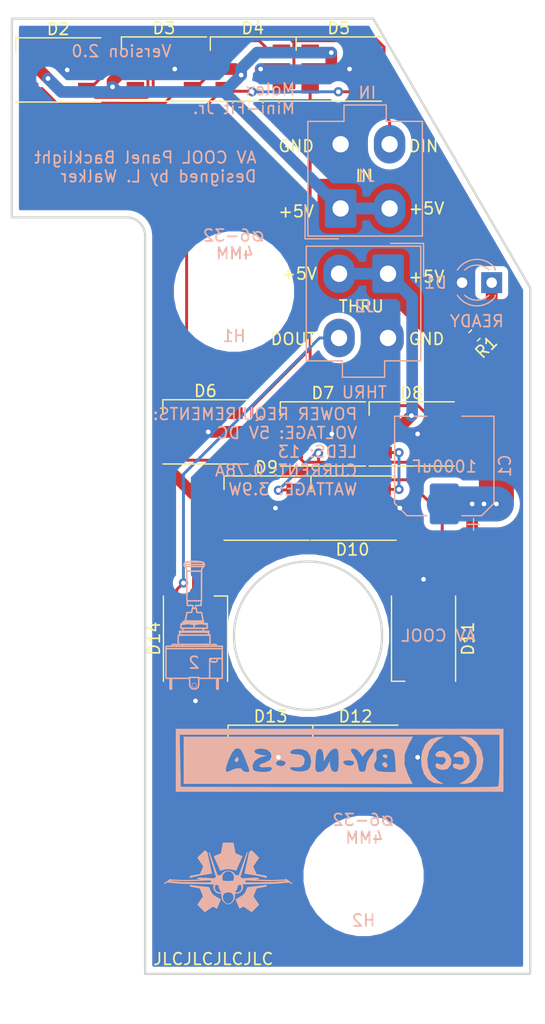
<source format=kicad_pcb>
(kicad_pcb (version 20171130) (host pcbnew "(5.1.10)-1")
  (layers (0 F.Cu signal) (31 B.Cu signal) (34 B.Paste user hide) (35 F.Paste user hide) (36 B.SilkS user) (37 F.SilkS user) (38 B.Mask user hide) (39 F.Mask user) (44 Edge.Cuts user))
  (net 0 "")
  (net 1 /LEDGND)
  (net 2 /LED+5V)
  (net 3 "Net-(D1-Pad1)")
  (net 4 /DATAIN)
  (net 5 "Net-(D10-Pad4)")
  (net 6 /DATAOUT)
  (net 7 "Net-(D2-Pad1)")
  (net 8 "Net-(D2-Pad3)")
  (net 9 "Net-(D2-Pad6)")
  (net 10 "Net-(D3-Pad1)")
  (net 11 "Net-(D3-Pad3)")
  (net 12 "Net-(D4-Pad1)")
  (net 13 "Net-(D4-Pad3)")
  (net 14 "Net-(D5-Pad1)")
  (net 15 "Net-(D5-Pad3)")
  (net 16 "Net-(D6-Pad1)")
  (net 17 "Net-(D6-Pad3)")
  (net 18 "Net-(D7-Pad1)")
  (net 19 "Net-(D7-Pad3)")
  (net 20 "Net-(D8-Pad1)")
  (net 21 "Net-(D10-Pad6)")
  (net 22 "Net-(D9-Pad1)")
  (net 23 "Net-(D10-Pad1)")
  (net 24 "Net-(D10-Pad3)")
  (net 25 "Net-(D11-Pad1)")
  (net 26 "Net-(D11-Pad3)")
  (net 27 "Net-(D12-Pad1)")
  (net 28 "Net-(D12-Pad3)")
  (net 29 "Net-(D13-Pad1)")
  (net 30 "Net-(D13-Pad3)")
  (net 31 "Net-(D14-Pad1)")
  (module Connector_Molex:Molex_Mini-Fit_Jr_5566-04A_2x02_P4.20mm_Vertical (layer B.Cu) (at 241.046 56.388 180)
    (fp_text reference J2 (at 2.032 -2.794 180) (layer B.SilkS) (effects (justify mirror)))
    (fp_text value Conn_01x04_Female)
    (pad 4 thru_hole oval (at 4.2 -5.5 180) (size 2.7 3.3) (drill 1.4) (layers *.Cu *.Mask) (net 6 /DATAOUT))
    (pad 3 thru_hole oval (at 0 -5.5 180) (size 2.7 3.3) (drill 1.4) (layers *.Cu *.Mask) (net 1 /LEDGND))
    (pad 2 thru_hole oval (at 4.2 0 180) (size 2.7 3.3) (drill 1.4) (layers *.Cu *.Mask) (net 2 /LED+5V))
    (pad 1 thru_hole roundrect (at 0 0 180) (size 2.7 3.3) (drill 1.4) (layers *.Cu *.Mask) (roundrect_rratio 0.09259299999999999) (net 2 /LED+5V))
  )
  (module Connector_Molex:Molex_Mini-Fit_Jr_5566-04A_2x02_P4.20mm_Vertical (layer B.Cu) (at 236.982 50.8)
    (fp_text reference J1 (at 2.1 -2.794) (layer B.SilkS) (effects (justify mirror)))
    (fp_text value Conn_01x04_Female)
    (pad 4 thru_hole oval (at 4.2 -5.5) (size 2.7 3.3) (drill 1.4) (layers *.Cu *.Mask) (net 4 /DATAIN))
    (pad 3 thru_hole oval (at 0 -5.5) (size 2.7 3.3) (drill 1.4) (layers *.Cu *.Mask) (net 1 /LEDGND))
    (pad 2 thru_hole oval (at 4.2 0) (size 2.7 3.3) (drill 1.4) (layers *.Cu *.Mask) (net 2 /LED+5V))
    (pad 1 thru_hole roundrect (at 0 0) (size 2.7 3.3) (drill 1.4) (layers *.Cu *.Mask) (roundrect_rratio 0.09259299999999999) (net 2 /LED+5V))
  )
  (module OH_Backlighting:S2AL_Toggle_Silkscreen (layer F.Cu) (at 224.282 86.614)
    (fp_text reference G*** hide)
    (fp_text value "S2AL Toggle" hide)
    (fp_text user 2 (at 0.125 3.075) (layer B.SilkS) (effects (justify mirror)))
  )
  (module OH_General:OH_LOGO_ONLY_11x6mm (layer B.Cu) (at 227.33 108.204 180)
    (fp_text reference G*** hide)
    (fp_text value OH_LOGO_ONLY_11x6mm hide)
  )
  (module OH_General:CC-BY-NC-SA-Small (layer B.Cu) (at 236.982 98.044 180)
    (fp_text reference G*** hide)
    (fp_text value LOGO hide)
  )
  (module OH_Backlighting:OH_Panel_6-32_PHS (layer F.Cu) (at 238.950519 107.95001)
    (fp_text reference REF** hide)
    (fp_text value OH_Panel_Fastner_Keepout hide)
    (fp_text user 4MM (at 0.075 -3.275 180) (layer B.SilkS) (effects (justify mirror)))
    (fp_text user H2 (at 0 3.81) (layer B.SilkS) (effects (justify mirror)))
    (fp_text user ⌀6-32 (at 0 -4.8) (layer B.SilkS) (effects (justify mirror)))
    (pad "" np_thru_hole circle (at 0 0) (size 4.3 4.3) (drill 4.3) (layers *.Cu *.Mask) (clearance 3))
  )
  (module OH_Backlighting:OH_Panel_6-32_PHS (layer F.Cu) (at 227.838 57.912)
    (fp_text reference REF** hide)
    (fp_text value OH_Panel_Fastner_Keepout hide)
    (fp_text user 4MM (at 0.075 -3.275 180) (layer B.SilkS) (effects (justify mirror)))
    (fp_text user H1 (at 0 3.81) (layer B.SilkS) (effects (justify mirror)))
    (fp_text user ⌀6-32 (at 0 -4.8) (layer B.SilkS) (effects (justify mirror)))
    (pad "" np_thru_hole circle (at 0 0) (size 4.3 4.3) (drill 4.3) (layers *.Cu *.Mask) (clearance 3))
  )
  (module LED_SMD:LED_WS2812_PLCC6_5.0x5.0mm_P1.6mm (layer F.Cu) (at 224.536 87.63 270)
    (fp_text reference D14 (at 0 3.556 90) (layer F.SilkS))
    (fp_text value WS2813)
    (pad 1 smd rect (at -2.45 -1.6 270) (size 1.5 1) (layers F.Cu F.Paste F.Mask) (net 31 "Net-(D14-Pad1)"))
    (pad 2 smd rect (at -2.45 0 270) (size 1.5 1) (layers F.Cu F.Paste F.Mask) (net 2 /LED+5V))
    (pad 3 smd rect (at -2.45 1.6 270) (size 1.5 1) (layers F.Cu F.Paste F.Mask) (net 6 /DATAOUT))
    (pad 6 smd rect (at 2.45 -1.6 270) (size 1.5 1) (layers F.Cu F.Paste F.Mask) (net 28 "Net-(D12-Pad3)"))
    (pad 5 smd rect (at 2.45 0 270) (size 1.5 1) (layers F.Cu F.Paste F.Mask) (net 1 /LEDGND))
    (pad 4 smd rect (at 2.45 1.6 270) (size 1.5 1) (layers F.Cu F.Paste F.Mask) (net 30 "Net-(D13-Pad3)"))
  )
  (module LED_SMD:LED_WS2812_PLCC6_5.0x5.0mm_P1.6mm (layer F.Cu) (at 230.976 97.79)
    (fp_text reference D13 (at 0 -3.5) (layer F.SilkS))
    (fp_text value WS2813)
    (pad 1 smd rect (at -2.45 -1.6) (size 1.5 1) (layers F.Cu F.Paste F.Mask) (net 29 "Net-(D13-Pad1)"))
    (pad 2 smd rect (at -2.45 0) (size 1.5 1) (layers F.Cu F.Paste F.Mask) (net 2 /LED+5V))
    (pad 3 smd rect (at -2.45 1.6) (size 1.5 1) (layers F.Cu F.Paste F.Mask) (net 30 "Net-(D13-Pad3)"))
    (pad 6 smd rect (at 2.45 -1.6) (size 1.5 1) (layers F.Cu F.Paste F.Mask) (net 26 "Net-(D11-Pad3)"))
    (pad 5 smd rect (at 2.45 0) (size 1.5 1) (layers F.Cu F.Paste F.Mask) (net 1 /LEDGND))
    (pad 4 smd rect (at 2.45 1.6) (size 1.5 1) (layers F.Cu F.Paste F.Mask) (net 28 "Net-(D12-Pad3)"))
  )
  (module LED_SMD:LED_WS2812_PLCC6_5.0x5.0mm_P1.6mm (layer F.Cu) (at 238.252 97.79)
    (fp_text reference D12 (at 0 -3.5) (layer F.SilkS))
    (fp_text value WS2813)
    (pad 1 smd rect (at -2.45 -1.6) (size 1.5 1) (layers F.Cu F.Paste F.Mask) (net 27 "Net-(D12-Pad1)"))
    (pad 2 smd rect (at -2.45 0) (size 1.5 1) (layers F.Cu F.Paste F.Mask) (net 2 /LED+5V))
    (pad 3 smd rect (at -2.45 1.6) (size 1.5 1) (layers F.Cu F.Paste F.Mask) (net 28 "Net-(D12-Pad3)"))
    (pad 6 smd rect (at 2.45 -1.6) (size 1.5 1) (layers F.Cu F.Paste F.Mask) (net 24 "Net-(D10-Pad3)"))
    (pad 5 smd rect (at 2.45 0) (size 1.5 1) (layers F.Cu F.Paste F.Mask) (net 1 /LEDGND))
    (pad 4 smd rect (at 2.45 1.6) (size 1.5 1) (layers F.Cu F.Paste F.Mask) (net 26 "Net-(D11-Pad3)"))
  )
  (module LED_SMD:LED_WS2812_PLCC6_5.0x5.0mm_P1.6mm (layer F.Cu) (at 244.094 87.63 90)
    (fp_text reference D11 (at 0 3.81 90) (layer F.SilkS))
    (fp_text value WS2813)
    (pad 1 smd rect (at -2.45 -1.6 90) (size 1.5 1) (layers F.Cu F.Paste F.Mask) (net 25 "Net-(D11-Pad1)"))
    (pad 2 smd rect (at -2.45 0 90) (size 1.5 1) (layers F.Cu F.Paste F.Mask) (net 2 /LED+5V))
    (pad 3 smd rect (at -2.45 1.6 90) (size 1.5 1) (layers F.Cu F.Paste F.Mask) (net 26 "Net-(D11-Pad3)"))
    (pad 6 smd rect (at 2.45 -1.6 90) (size 1.5 1) (layers F.Cu F.Paste F.Mask) (net 5 "Net-(D10-Pad4)"))
    (pad 5 smd rect (at 2.45 0 90) (size 1.5 1) (layers F.Cu F.Paste F.Mask) (net 1 /LEDGND))
    (pad 4 smd rect (at 2.45 1.6 90) (size 1.5 1) (layers F.Cu F.Paste F.Mask) (net 24 "Net-(D10-Pad3)"))
  )
  (module LED_SMD:LED_WS2812_PLCC6_5.0x5.0mm_P1.6mm (layer F.Cu) (at 238.088 76.454)
    (fp_text reference D10 (at -0.09 3.556) (layer F.SilkS))
    (fp_text value WS2813)
    (pad 1 smd rect (at -2.45 -1.6) (size 1.5 1) (layers F.Cu F.Paste F.Mask) (net 23 "Net-(D10-Pad1)"))
    (pad 2 smd rect (at -2.45 0) (size 1.5 1) (layers F.Cu F.Paste F.Mask) (net 2 /LED+5V))
    (pad 3 smd rect (at -2.45 1.6) (size 1.5 1) (layers F.Cu F.Paste F.Mask) (net 24 "Net-(D10-Pad3)"))
    (pad 6 smd rect (at 2.45 -1.6) (size 1.5 1) (layers F.Cu F.Paste F.Mask) (net 21 "Net-(D10-Pad6)"))
    (pad 5 smd rect (at 2.45 0) (size 1.5 1) (layers F.Cu F.Paste F.Mask) (net 1 /LEDGND))
    (pad 4 smd rect (at 2.45 1.6) (size 1.5 1) (layers F.Cu F.Paste F.Mask) (net 5 "Net-(D10-Pad4)"))
  )
  (module LED_SMD:LED_WS2812_PLCC6_5.0x5.0mm_P1.6mm (layer F.Cu) (at 230.632 76.454)
    (fp_text reference D9 (at 0 -3.5) (layer F.SilkS))
    (fp_text value WS2813)
    (pad 1 smd rect (at -2.45 -1.6) (size 1.5 1) (layers F.Cu F.Paste F.Mask) (net 22 "Net-(D9-Pad1)"))
    (pad 2 smd rect (at -2.45 0) (size 1.5 1) (layers F.Cu F.Paste F.Mask) (net 2 /LED+5V))
    (pad 3 smd rect (at -2.45 1.6) (size 1.5 1) (layers F.Cu F.Paste F.Mask) (net 5 "Net-(D10-Pad4)"))
    (pad 6 smd rect (at 2.45 -1.6) (size 1.5 1) (layers F.Cu F.Paste F.Mask) (net 19 "Net-(D7-Pad3)"))
    (pad 5 smd rect (at 2.45 0) (size 1.5 1) (layers F.Cu F.Paste F.Mask) (net 1 /LEDGND))
    (pad 4 smd rect (at 2.45 1.6) (size 1.5 1) (layers F.Cu F.Paste F.Mask) (net 21 "Net-(D10-Pad6)"))
  )
  (module LED_SMD:LED_WS2812_PLCC6_5.0x5.0mm_P1.6mm (layer F.Cu) (at 243.078 70.104)
    (fp_text reference D8 (at 0 -3.5) (layer F.SilkS))
    (fp_text value WS2813)
    (pad 1 smd rect (at -2.45 -1.6) (size 1.5 1) (layers F.Cu F.Paste F.Mask) (net 20 "Net-(D8-Pad1)"))
    (pad 2 smd rect (at -2.45 0) (size 1.5 1) (layers F.Cu F.Paste F.Mask) (net 2 /LED+5V))
    (pad 3 smd rect (at -2.45 1.6) (size 1.5 1) (layers F.Cu F.Paste F.Mask) (net 21 "Net-(D10-Pad6)"))
    (pad 6 smd rect (at 2.45 -1.6) (size 1.5 1) (layers F.Cu F.Paste F.Mask) (net 17 "Net-(D6-Pad3)"))
    (pad 5 smd rect (at 2.45 0) (size 1.5 1) (layers F.Cu F.Paste F.Mask) (net 1 /LEDGND))
    (pad 4 smd rect (at 2.45 1.6) (size 1.5 1) (layers F.Cu F.Paste F.Mask) (net 19 "Net-(D7-Pad3)"))
  )
  (module LED_SMD:LED_WS2812_PLCC6_5.0x5.0mm_P1.6mm (layer F.Cu) (at 235.458 70.104)
    (fp_text reference D7 (at 0 -3.5) (layer F.SilkS))
    (fp_text value WS2813)
    (pad 1 smd rect (at -2.45 -1.6) (size 1.5 1) (layers F.Cu F.Paste F.Mask) (net 18 "Net-(D7-Pad1)"))
    (pad 2 smd rect (at -2.45 0) (size 1.5 1) (layers F.Cu F.Paste F.Mask) (net 2 /LED+5V))
    (pad 3 smd rect (at -2.45 1.6) (size 1.5 1) (layers F.Cu F.Paste F.Mask) (net 19 "Net-(D7-Pad3)"))
    (pad 6 smd rect (at 2.45 -1.6) (size 1.5 1) (layers F.Cu F.Paste F.Mask) (net 15 "Net-(D5-Pad3)"))
    (pad 5 smd rect (at 2.45 0) (size 1.5 1) (layers F.Cu F.Paste F.Mask) (net 1 /LEDGND))
    (pad 4 smd rect (at 2.45 1.6) (size 1.5 1) (layers F.Cu F.Paste F.Mask) (net 17 "Net-(D6-Pad3)"))
  )
  (module LED_SMD:LED_WS2812_PLCC6_5.0x5.0mm_P1.6mm (layer F.Cu) (at 225.388 69.926)
    (fp_text reference D6 (at 0 -3.5) (layer F.SilkS))
    (fp_text value WS2813)
    (pad 1 smd rect (at -2.45 -1.6) (size 1.5 1) (layers F.Cu F.Paste F.Mask) (net 16 "Net-(D6-Pad1)"))
    (pad 2 smd rect (at -2.45 0) (size 1.5 1) (layers F.Cu F.Paste F.Mask) (net 2 /LED+5V))
    (pad 3 smd rect (at -2.45 1.6) (size 1.5 1) (layers F.Cu F.Paste F.Mask) (net 17 "Net-(D6-Pad3)"))
    (pad 6 smd rect (at 2.45 -1.6) (size 1.5 1) (layers F.Cu F.Paste F.Mask) (net 13 "Net-(D4-Pad3)"))
    (pad 5 smd rect (at 2.45 0) (size 1.5 1) (layers F.Cu F.Paste F.Mask) (net 1 /LEDGND))
    (pad 4 smd rect (at 2.45 1.6) (size 1.5 1) (layers F.Cu F.Paste F.Mask) (net 15 "Net-(D5-Pad3)"))
  )
  (module LED_SMD:LED_WS2812_PLCC6_5.0x5.0mm_P1.6mm (layer F.Cu) (at 236.818 38.862)
    (fp_text reference D5 (at 0 -3.5) (layer F.SilkS))
    (fp_text value WS2813)
    (pad 1 smd rect (at -2.45 -1.6) (size 1.5 1) (layers F.Cu F.Paste F.Mask) (net 14 "Net-(D5-Pad1)"))
    (pad 2 smd rect (at -2.45 0) (size 1.5 1) (layers F.Cu F.Paste F.Mask) (net 2 /LED+5V))
    (pad 3 smd rect (at -2.45 1.6) (size 1.5 1) (layers F.Cu F.Paste F.Mask) (net 15 "Net-(D5-Pad3)"))
    (pad 6 smd rect (at 2.45 -1.6) (size 1.5 1) (layers F.Cu F.Paste F.Mask) (net 11 "Net-(D3-Pad3)"))
    (pad 5 smd rect (at 2.45 0) (size 1.5 1) (layers F.Cu F.Paste F.Mask) (net 1 /LEDGND))
    (pad 4 smd rect (at 2.45 1.6) (size 1.5 1) (layers F.Cu F.Paste F.Mask) (net 13 "Net-(D4-Pad3)"))
  )
  (module LED_SMD:LED_WS2812_PLCC6_5.0x5.0mm_P1.6mm (layer F.Cu) (at 229.452 38.862)
    (fp_text reference D4 (at 0 -3.5) (layer F.SilkS))
    (fp_text value WS2813)
    (pad 1 smd rect (at -2.45 -1.6) (size 1.5 1) (layers F.Cu F.Paste F.Mask) (net 12 "Net-(D4-Pad1)"))
    (pad 2 smd rect (at -2.45 0) (size 1.5 1) (layers F.Cu F.Paste F.Mask) (net 2 /LED+5V))
    (pad 3 smd rect (at -2.45 1.6) (size 1.5 1) (layers F.Cu F.Paste F.Mask) (net 13 "Net-(D4-Pad3)"))
    (pad 6 smd rect (at 2.45 -1.6) (size 1.5 1) (layers F.Cu F.Paste F.Mask) (net 8 "Net-(D2-Pad3)"))
    (pad 5 smd rect (at 2.45 0) (size 1.5 1) (layers F.Cu F.Paste F.Mask) (net 1 /LEDGND))
    (pad 4 smd rect (at 2.45 1.6) (size 1.5 1) (layers F.Cu F.Paste F.Mask) (net 11 "Net-(D3-Pad3)"))
  )
  (module LED_SMD:LED_WS2812_PLCC6_5.0x5.0mm_P1.6mm (layer F.Cu) (at 221.832 38.862)
    (fp_text reference D3 (at 0 -3.5) (layer F.SilkS))
    (fp_text value WS2813)
    (pad 1 smd rect (at -2.45 -1.6) (size 1.5 1) (layers F.Cu F.Paste F.Mask) (net 10 "Net-(D3-Pad1)"))
    (pad 2 smd rect (at -2.45 0) (size 1.5 1) (layers F.Cu F.Paste F.Mask) (net 2 /LED+5V))
    (pad 3 smd rect (at -2.45 1.6) (size 1.5 1) (layers F.Cu F.Paste F.Mask) (net 11 "Net-(D3-Pad3)"))
    (pad 6 smd rect (at 2.45 -1.6) (size 1.5 1) (layers F.Cu F.Paste F.Mask) (net 4 /DATAIN))
    (pad 5 smd rect (at 2.45 0) (size 1.5 1) (layers F.Cu F.Paste F.Mask) (net 1 /LEDGND))
    (pad 4 smd rect (at 2.45 1.6) (size 1.5 1) (layers F.Cu F.Paste F.Mask) (net 8 "Net-(D2-Pad3)"))
  )
  (module LED_SMD:LED_WS2812_PLCC6_5.0x5.0mm_P1.6mm (layer F.Cu) (at 212.762 38.938)
    (fp_text reference D2 (at 0 -3.5) (layer F.SilkS))
    (fp_text value WS2813)
    (pad 1 smd rect (at -2.45 -1.6) (size 1.5 1) (layers F.Cu F.Paste F.Mask) (net 7 "Net-(D2-Pad1)"))
    (pad 2 smd rect (at -2.45 0) (size 1.5 1) (layers F.Cu F.Paste F.Mask) (net 2 /LED+5V))
    (pad 3 smd rect (at -2.45 1.6) (size 1.5 1) (layers F.Cu F.Paste F.Mask) (net 8 "Net-(D2-Pad3)"))
    (pad 6 smd rect (at 2.45 -1.6) (size 1.5 1) (layers F.Cu F.Paste F.Mask) (net 9 "Net-(D2-Pad6)"))
    (pad 5 smd rect (at 2.45 0) (size 1.5 1) (layers F.Cu F.Paste F.Mask) (net 1 /LEDGND))
    (pad 4 smd rect (at 2.45 1.6) (size 1.5 1) (layers F.Cu F.Paste F.Mask) (net 4 /DATAIN))
  )
  (module Resistor_SMD:R_0603_1608Metric (layer F.Cu) (at 248.460847 61.673153 225)
    (fp_text reference R1 (at 0 -1.43 45) (layer F.SilkS))
    (fp_text value R)
    (pad 2 smd roundrect (at 0.7875 0 225) (size 0.875 0.95) (layers F.Cu F.Paste F.Mask) (net 2 /LED+5V))
    (pad 1 smd roundrect (at -0.7875 0 225) (size 0.875 0.95) (layers F.Cu F.Paste F.Mask) (net 3 "Net-(D1-Pad1)"))
  )
  (module LED_THT:LED_D3.0mm (layer B.Cu) (at 249.936 57.15 180)
    (fp_text reference D1 (at 4.826 0) (layer B.SilkS) (effects (justify mirror)))
    (fp_text value LED)
    (pad 2 thru_hole circle (at 2.54 0 180) (size 1.8 1.8) (drill 0.9) (layers *.Cu *.Mask) (net 1 /LEDGND))
    (pad 1 thru_hole rect (at 0 0 180) (size 1.8 1.8) (drill 0.9) (layers *.Cu *.Mask) (net 3 "Net-(D1-Pad1)"))
  )
  (module Capacitor_SMD:CP_Elec_8x10 (layer B.Cu) (at 245.872 72.846 90)
    (fp_text reference C1 (at 0 5.2 90) (layer B.SilkS) (effects (justify mirror)))
    (fp_text value C_Polarized)
    (pad 2 smd roundrect (at 3.25 0 90) (size 3.5 2.5) (layers B.Cu B.Paste B.Mask) (roundrect_rratio 0.1) (net 1 /LEDGND))
    (pad 1 smd roundrect (at -3.25 0 90) (size 3.5 2.5) (layers B.Cu B.Paste B.Mask) (roundrect_rratio 0.1) (net 2 /LED+5V))
  )
  (gr_text "Version 2.0" (at 218.186 37.338) (layer B.SilkS) (effects (font (size 1 1)) (justify mirror)))
  (gr_text IN (at 239.014 48.006) (layer F.SilkS) (effects (font (size 1 1))))
  (gr_text THRU (at 238.76 59.182) (layer F.SilkS) (effects (font (size 1 1))))
  (gr_text GND (at 244.348 61.976) (layer F.SilkS) (effects (font (size 1 1))))
  (gr_text DOUT (at 232.918 61.976) (layer F.SilkS) (effects (font (size 1 1))))
  (gr_text DIN (at 244.094 45.466) (layer F.SilkS) (effects (font (size 1 1))))
  (gr_text +5V (at 244.348 56.642) (layer F.SilkS) (effects (font (size 1 1))))
  (gr_text +5V (at 233.426 56.388) (layer F.SilkS) (effects (font (size 1 1))))
  (gr_text +5V (at 244.348 50.8) (layer F.SilkS) (effects (font (size 1 1))))
  (gr_text +5V (at 233.172 51.054) (layer F.SilkS) (effects (font (size 1 1))))
  (gr_text GND (at 233.172 45.466) (layer F.SilkS) (effects (font (size 1 1))))
  (gr_text "AV COOL" (at 245.364 87.376) (layer B.SilkS) (effects (font (size 1 1)) (justify mirror)))
  (gr_text IN (at 239.268 40.894) (layer B.SilkS) (effects (font (size 1 1)) (justify mirror)))
  (gr_circle (center 234.188019 87.37601) (end 240.538019 87.37601) (layer Edge.Cuts) (width 0.2))
  (gr_line (start 208.788 34.544) (end 208.78791 51.562057) (layer Edge.Cuts) (width 0.2))
  (gr_line (start 208.78791 51.562057) (end 218.630544 51.562057) (layer Edge.Cuts) (width 0.2))
  (gr_arc (start 218.630519 53.14951) (end 220.218019 53.14951) (angle -90) (layer Edge.Cuts) (width 0.2))
  (gr_line (start 253.237954 116.332041) (end 253.237954 57.594524) (layer Edge.Cuts) (width 0.2))
  (gr_line (start 220.218019 53.14951) (end 220.217935 116.332041) (layer Edge.Cuts) (width 0.2))
  (gr_line (start 220.217889 116.332041) (end 253.237954 116.332041) (layer Edge.Cuts) (width 0.2))
  (gr_line (start 253.237954 57.594524) (end 239.776 34.544) (layer Edge.Cuts) (width 0.2))
  (gr_line (start 239.776 34.544) (end 208.788 34.544) (layer Edge.Cuts) (width 0.2))
  (gr_text JLCJLCJLCJLC (at 226.06 115.062) (layer F.SilkS) (effects (font (size 1 1))))
  (gr_text 1000uF (at 245.872 72.898) (layer B.SilkS) (effects (font (size 1 1)) (justify mirror)))
  (gr_text "AV COOL Panel Backlight\nDesigned by L. Walker" (at 229.87 47.244) (layer B.SilkS) (effects (font (size 1 1)) (justify left mirror)))
  (gr_text "READY\n" (at 248.666 60.452) (layer B.SilkS) (effects (font (size 1 1)) (justify mirror)))
  (gr_text "Molex\nMini-Fit Jr." (at 233.172 41.402) (layer B.SilkS) (effects (font (size 1 1)) (justify left mirror)))
  (gr_text THRU (at 239.014 66.548) (layer B.SilkS) (effects (font (size 1 1)) (justify mirror)))
  (gr_text "POWER REQUIREMENTS:\nVOLTAGE: 5V DC\nLEDS: 13\nCURRENT: 0.78A\nWATTAGE: 3.9W" (at 238.506 71.628) (layer B.SilkS) (effects (font (size 1 1)) (justify left mirror)))
  (segment (start 240.702 97.79) (end 243.586 97.79) (width 1) (layer F.Cu) (net 1))
  (segment (start 233.426 97.79) (end 231.648 97.79) (width 1) (layer F.Cu) (net 1))
  (segment (start 224.536 90.08) (end 224.536 92.964) (width 1) (layer F.Cu) (net 1))
  (segment (start 233.082 76.454) (end 231.394 76.454) (width 1) (layer F.Cu) (net 1))
  (segment (start 244.094 85.18) (end 244.094 82.55) (width 1) (layer F.Cu) (net 1))
  (segment (start 237.908 70.104) (end 236.22 70.104) (width 1) (layer F.Cu) (net 1))
  (segment (start 245.528 70.104) (end 243.586 70.104) (width 1) (layer F.Cu) (net 1))
  (segment (start 215.212 38.938) (end 213.538 38.938) (width 1) (layer F.Cu) (net 1))
  (segment (start 224.282 38.862) (end 222.758 38.862) (width 1) (layer F.Cu) (net 1))
  (segment (start 231.902 38.862) (end 230.124 38.862) (width 1) (layer F.Cu) (net 1))
  (segment (start 239.268 38.862) (end 237.744 38.862) (width 1) (layer F.Cu) (net 1))
  (via (at 243.586 97.79) (size 1) (layers F.Cu B.Cu) (net 1))
  (via (at 231.648 97.79) (size 1) (layers F.Cu B.Cu) (net 1))
  (via (at 224.536 92.964) (size 1) (layers F.Cu B.Cu) (net 1))
  (via (at 231.394 76.454) (size 1) (layers F.Cu B.Cu) (net 1))
  (via (at 244.094 82.55) (size 1) (layers F.Cu B.Cu) (net 1))
  (via (at 236.22 70.104) (size 1) (layers F.Cu B.Cu) (net 1))
  (via (at 243.586 70.104) (size 1) (layers F.Cu B.Cu) (net 1))
  (via (at 213.538 38.938) (size 1) (layers F.Cu B.Cu) (net 1))
  (via (at 222.758 38.862) (size 1) (layers F.Cu B.Cu) (net 1))
  (via (at 230.124 38.862) (size 1) (layers F.Cu B.Cu) (net 1))
  (via (at 237.744 38.862) (size 1) (layers F.Cu B.Cu) (net 1))
  (segment (start 240.538 76.454) (end 242.062 76.454) (width 1) (layer F.Cu) (net 1))
  (segment (start 242.062 76.454) (end 242.062 76.454) (width 1) (layer F.Cu) (net 1))
  (via (at 242.062 76.454) (size 1) (drill 0.4) (layers F.Cu B.Cu) (net 1))
  (segment (start 227.838 69.926) (end 225.628 69.926) (width 1) (layer F.Cu) (net 1))
  (segment (start 225.628 69.926) (end 225.628 69.926) (width 1) (layer F.Cu) (net 1))
  (via (at 225.628 69.926) (size 1) (drill 0.4) (layers F.Cu B.Cu) (net 1))
  (segment (start 240.628 70.104) (end 242.0783 70.104) (width 1) (layer F.Cu) (net 2))
  (segment (start 243.057 68.5356) (end 242.0783 69.5143) (width 1) (layer F.Cu) (net 2))
  (segment (start 242.0783 69.5143) (end 242.0783 70.104) (width 1) (layer F.Cu) (net 2))
  (segment (start 241.046 56.388) (end 243.1167 58.4587) (width 1) (layer B.Cu) (net 2))
  (segment (start 243.1167 58.4587) (end 243.1167 68.4759) (width 1) (layer B.Cu) (net 2))
  (segment (start 243.1167 68.4759) (end 243.057 68.5356) (width 1) (layer B.Cu) (net 2))
  (segment (start 236.846 56.388) (end 241.046 56.388) (width 1) (layer B.Cu) (net 2))
  (segment (start 230.8482 99.4112) (end 229.2269 97.79) (width 1) (layer F.Cu) (net 2))
  (segment (start 229.2269 97.79) (end 228.526 97.79) (width 1) (layer F.Cu) (net 2))
  (segment (start 237.2523 100.234) (end 236.8796 100.6067) (width 1) (layer F.Cu) (net 2))
  (segment (start 236.8796 100.6067) (end 232.0436 100.6067) (width 1) (layer F.Cu) (net 2))
  (segment (start 232.0436 100.6067) (end 230.8482 99.4112) (width 1) (layer F.Cu) (net 2))
  (segment (start 224.536 86.6303) (end 224.0526 86.6303) (width 1) (layer F.Cu) (net 2))
  (segment (start 224.0526 86.6303) (end 221.6864 88.9965) (width 1) (layer F.Cu) (net 2))
  (segment (start 221.6864 88.9965) (end 221.6864 94.8179) (width 1) (layer F.Cu) (net 2))
  (segment (start 221.6864 94.8179) (end 227.4589 100.5904) (width 1) (layer F.Cu) (net 2))
  (segment (start 227.4589 100.5904) (end 229.669 100.5904) (width 1) (layer F.Cu) (net 2))
  (segment (start 229.669 100.5904) (end 230.8482 99.4112) (width 1) (layer F.Cu) (net 2))
  (segment (start 224.536 85.18) (end 224.536 86.6303) (width 1) (layer F.Cu) (net 2))
  (segment (start 224.536 84.4548) (end 224.536 85.18) (width 1) (layer F.Cu) (net 2))
  (segment (start 224.536 84.4548) (end 224.536 83.7297) (width 1) (layer F.Cu) (net 2))
  (segment (start 237.2523 97.79) (end 237.2523 100.234) (width 1) (layer F.Cu) (net 2))
  (segment (start 237.2523 100.234) (end 237.6087 100.5904) (width 1) (layer F.Cu) (net 2))
  (segment (start 237.6087 100.5904) (end 243.1977 100.5904) (width 1) (layer F.Cu) (net 2))
  (segment (start 243.1977 100.5904) (end 246.8944 96.8937) (width 1) (layer F.Cu) (net 2))
  (segment (start 246.8944 96.8937) (end 246.8944 89.04) (width 1) (layer F.Cu) (net 2))
  (segment (start 246.8944 89.04) (end 245.6108 87.7564) (width 1) (layer F.Cu) (net 2))
  (segment (start 245.6108 87.7564) (end 244.9673 87.7564) (width 1) (layer F.Cu) (net 2))
  (segment (start 244.9673 87.7564) (end 244.094 88.6297) (width 1) (layer F.Cu) (net 2))
  (segment (start 248.262 76.096) (end 248.262 85.1052) (width 1) (layer F.Cu) (net 2))
  (segment (start 248.262 85.1052) (end 245.6108 87.7564) (width 1) (layer F.Cu) (net 2))
  (segment (start 235.802 97.79) (end 237.2523 97.79) (width 1) (layer F.Cu) (net 2))
  (segment (start 228.4523 39.3775) (end 228.4523 38.821) (width 1) (layer B.Cu) (net 2))
  (segment (start 228.4523 38.821) (end 229.8185 37.4548) (width 1) (layer B.Cu) (net 2))
  (segment (start 229.8185 37.4548) (end 236.18 37.4548) (width 1) (layer B.Cu) (net 2))
  (segment (start 227.0059 40.8239) (end 228.4523 39.3775) (width 1) (layer B.Cu) (net 2))
  (segment (start 227.5408 76.454) (end 227.5408 76.4549) (width 1) (layer F.Cu) (net 2))
  (segment (start 227.5408 76.4549) (end 227.5407 76.4549) (width 1) (layer F.Cu) (net 2))
  (segment (start 227.5407 76.4549) (end 224.7446 79.251) (width 1) (layer F.Cu) (net 2))
  (segment (start 224.7446 79.251) (end 224.7446 83.5211) (width 1) (layer F.Cu) (net 2))
  (segment (start 224.7446 83.5211) (end 224.536 83.7297) (width 1) (layer F.Cu) (net 2))
  (segment (start 228.182 76.454) (end 227.5408 76.454) (width 1) (layer F.Cu) (net 2))
  (segment (start 227.4569 76.454) (end 226.7317 76.454) (width 1) (layer F.Cu) (net 2))
  (segment (start 227.4569 76.454) (end 227.5408 76.454) (width 1) (layer F.Cu) (net 2))
  (segment (start 225.5502 75.2033) (end 226.7317 76.3848) (width 1) (layer F.Cu) (net 2))
  (segment (start 226.7317 76.3848) (end 226.7317 76.454) (width 1) (layer F.Cu) (net 2))
  (segment (start 233.008 70.104) (end 232.3088 70.104) (width 1) (layer F.Cu) (net 2))
  (segment (start 232.3088 70.104) (end 231.5576 70.8552) (width 1) (layer F.Cu) (net 2))
  (segment (start 231.5576 70.8552) (end 231.5576 72.4169) (width 1) (layer F.Cu) (net 2))
  (segment (start 230.3298 73.6447) (end 227.1088 73.6447) (width 1) (layer F.Cu) (net 2))
  (segment (start 227.1088 73.6447) (end 225.5502 75.2033) (width 1) (layer F.Cu) (net 2))
  (segment (start 221.4877 69.926) (end 221.4877 72.3915) (width 1) (layer F.Cu) (net 2))
  (segment (start 221.4877 72.3915) (end 224.2995 75.2033) (width 1) (layer F.Cu) (net 2))
  (segment (start 224.2995 75.2033) (end 225.5502 75.2033) (width 1) (layer F.Cu) (net 2))
  (segment (start 222.938 69.926) (end 221.4877 69.926) (width 1) (layer F.Cu) (net 2))
  (segment (start 227.0059 40.8239) (end 236.982 50.8) (width 1) (layer B.Cu) (net 2))
  (segment (start 244.094 90.08) (end 244.094 88.6297) (width 1) (layer F.Cu) (net 2))
  (segment (start 236.982 50.8) (end 241.182 50.8) (width 1) (layer B.Cu) (net 2))
  (segment (start 249.278 76.096) (end 250.34 76.096) (width 3) (layer B.Cu) (net 2))
  (segment (start 245.872 76.096) (end 248.262 76.096) (width 3) (layer B.Cu) (net 2))
  (segment (start 248.262 76.096) (end 249.278 76.096) (width 3) (layer B.Cu) (net 2))
  (via (at 243.057 68.5356) (size 1) (layers F.Cu B.Cu) (net 2))
  (via (at 236.18 37.4548) (size 1) (layers F.Cu B.Cu) (net 2))
  (via (at 228.4523 39.3775) (size 1) (layers F.Cu B.Cu) (net 2))
  (via (at 211.8915 39.6724) (size 1) (layers F.Cu B.Cu) (net 2))
  (via (at 248.262 76.096) (size 1) (layers F.Cu B.Cu) (net 2))
  (via (at 249.278 76.096) (size 1) (layers F.Cu B.Cu) (net 2))
  (via (at 250.34 76.096) (size 1) (layers F.Cu B.Cu) (net 2))
  (segment (start 218.471998 38.862) (end 217.424 39.909998) (width 1) (layer F.Cu) (net 2))
  (segment (start 219.382 38.862) (end 218.471998 38.862) (width 1) (layer F.Cu) (net 2))
  (segment (start 217.424 39.909998) (end 217.424 40.386) (width 1) (layer F.Cu) (net 2))
  (segment (start 217.424 40.386) (end 217.424 40.386) (width 1) (layer F.Cu) (net 2))
  (via (at 217.424 40.386) (size 1) (drill 0.4) (layers F.Cu B.Cu) (net 2))
  (segment (start 227.0059 40.8239) (end 217.7481 40.8239) (width 1) (layer B.Cu) (net 2))
  (segment (start 217.7481 40.7101) (end 217.424 40.386) (width 1) (layer B.Cu) (net 2))
  (segment (start 217.7481 40.8239) (end 217.7481 40.7101) (width 1) (layer B.Cu) (net 2))
  (segment (start 213.043 40.8239) (end 211.8915 39.6724) (width 1) (layer B.Cu) (net 2))
  (segment (start 217.7481 40.8239) (end 213.043 40.8239) (width 1) (layer B.Cu) (net 2))
  (segment (start 211.1571 38.938) (end 211.8915 39.6724) (width 1) (layer F.Cu) (net 2))
  (segment (start 210.312 38.938) (end 211.1571 38.938) (width 1) (layer F.Cu) (net 2))
  (segment (start 227.9368 38.862) (end 228.4523 39.3775) (width 1) (layer F.Cu) (net 2))
  (segment (start 227.002 38.862) (end 227.9368 38.862) (width 1) (layer F.Cu) (net 2))
  (segment (start 236.18 38.8) (end 236.18 37.4548) (width 1) (layer F.Cu) (net 2))
  (segment (start 236.118 38.862) (end 236.18 38.8) (width 1) (layer F.Cu) (net 2))
  (segment (start 234.368 38.862) (end 236.118 38.862) (width 1) (layer F.Cu) (net 2))
  (segment (start 231.850011 73.354011) (end 231.23525 72.73925) (width 1) (layer F.Cu) (net 2))
  (segment (start 237.088001 73.793999) (end 236.648013 73.354011) (width 1) (layer F.Cu) (net 2))
  (segment (start 237.088001 75.914001) (end 237.088001 73.793999) (width 1) (layer F.Cu) (net 2))
  (segment (start 236.648013 73.354011) (end 231.850011 73.354011) (width 1) (layer F.Cu) (net 2))
  (segment (start 236.548002 76.454) (end 237.088001 75.914001) (width 1) (layer F.Cu) (net 2))
  (segment (start 235.638 76.454) (end 236.548002 76.454) (width 1) (layer F.Cu) (net 2))
  (segment (start 231.23525 72.73925) (end 230.3298 73.6447) (width 1) (layer F.Cu) (net 2))
  (segment (start 231.5576 72.4169) (end 231.23525 72.73925) (width 1) (layer F.Cu) (net 2))
  (segment (start 248.262 76.096) (end 250.34 76.096) (width 3) (layer F.Cu) (net 2))
  (segment (start 250.34 65.682) (end 241.046 56.388) (width 3) (layer F.Cu) (net 2))
  (segment (start 250.34 76.096) (end 250.34 65.682) (width 3) (layer F.Cu) (net 2))
  (segment (start 249.017694 61.116306) (end 249.936 60.198) (width 1) (layer F.Cu) (net 3))
  (segment (start 249.936 60.198) (end 249.936 57.15) (width 1) (layer F.Cu) (net 3))
  (segment (start 217.372 37.5133) (end 219.447 35.4379) (width 0.25) (layer F.Cu) (net 4))
  (segment (start 219.447 35.4379) (end 239.164 35.4379) (width 0.25) (layer F.Cu) (net 4))
  (segment (start 239.164 35.4379) (end 240.707 36.9804) (width 0.25) (layer F.Cu) (net 4))
  (segment (start 240.707 36.9804) (end 240.707 42.8497) (width 0.25) (layer F.Cu) (net 4))
  (segment (start 240.707 42.8497) (end 241.182 43.3247) (width 0.25) (layer F.Cu) (net 4))
  (segment (start 241.182 43.3247) (end 241.182 45.3) (width 0.25) (layer F.Cu) (net 4))
  (segment (start 215.212 40.538) (end 215.494 40.538) (width 0.25) (layer F.Cu) (net 4))
  (segment (start 215.494 40.538) (end 217.372 38.66) (width 0.25) (layer F.Cu) (net 4))
  (segment (start 217.372 38.66) (end 217.372 37.5133) (width 0.25) (layer F.Cu) (net 4))
  (segment (start 220.392001 41.287001) (end 215.961001 41.287001) (width 0.25) (layer F.Cu) (net 4))
  (segment (start 223.102579 37.262) (end 220.90701 39.457502) (width 0.25) (layer F.Cu) (net 4))
  (segment (start 215.961001 41.287001) (end 215.212 40.538) (width 0.25) (layer F.Cu) (net 4))
  (segment (start 220.90701 40.771992) (end 220.392001 41.287001) (width 0.25) (layer F.Cu) (net 4))
  (segment (start 220.90701 39.457502) (end 220.90701 40.771992) (width 0.25) (layer F.Cu) (net 4))
  (segment (start 224.282 37.262) (end 223.102579 37.262) (width 0.25) (layer F.Cu) (net 4))
  (segment (start 228.182 78.054) (end 229.257 78.054) (width 0.25) (layer F.Cu) (net 5))
  (segment (start 229.257 78.054) (end 230.533 79.3299) (width 0.25) (layer F.Cu) (net 5))
  (segment (start 230.533 79.3299) (end 238.907 79.3299) (width 0.25) (layer F.Cu) (net 5))
  (segment (start 240.538 78.054) (end 239.463 78.054) (width 0.25) (layer F.Cu) (net 5))
  (segment (start 239.463 78.054) (end 238.907 78.6093) (width 0.25) (layer F.Cu) (net 5))
  (segment (start 238.907 78.6093) (end 238.907 79.3299) (width 0.25) (layer F.Cu) (net 5))
  (segment (start 242.494 85.18) (end 242.494 84.1047) (width 0.25) (layer F.Cu) (net 5))
  (segment (start 242.494 84.1047) (end 238.907 80.5181) (width 0.25) (layer F.Cu) (net 5))
  (segment (start 238.907 80.5181) (end 238.907 79.3299) (width 0.25) (layer F.Cu) (net 5))
  (segment (start 236.846 61.888) (end 235.171 61.888) (width 0.25) (layer B.Cu) (net 6))
  (segment (start 235.171 61.888) (end 223.504 73.5549) (width 0.25) (layer B.Cu) (net 6))
  (segment (start 223.504 73.5549) (end 223.504 82.8621) (width 0.25) (layer B.Cu) (net 6))
  (segment (start 223.504 82.8621) (end 222.936 83.4299) (width 0.25) (layer F.Cu) (net 6))
  (segment (start 222.936 83.4299) (end 222.936 85.18) (width 0.25) (layer F.Cu) (net 6))
  (via (at 223.504 82.8621) (size 0.8) (layers F.Cu B.Cu) (net 6))
  (segment (start 224.282 40.462) (end 224.579 40.462) (width 0.25) (layer F.Cu) (net 8))
  (segment (start 224.579 40.462) (end 225.357 39.6833) (width 0.25) (layer F.Cu) (net 8))
  (segment (start 225.357 39.6833) (end 225.357 37.1834) (width 0.25) (layer F.Cu) (net 8))
  (segment (start 225.357 37.1834) (end 226.104 36.4367) (width 0.25) (layer F.Cu) (net 8))
  (segment (start 226.104 36.4367) (end 230.001 36.4367) (width 0.25) (layer F.Cu) (net 8))
  (segment (start 230.001 36.4367) (end 230.827 37.262) (width 0.25) (layer F.Cu) (net 8))
  (segment (start 230.827 37.262) (end 231.902 37.262) (width 0.25) (layer F.Cu) (net 8))
  (segment (start 210.312 40.538) (end 211.387 40.538) (width 0.25) (layer F.Cu) (net 8))
  (segment (start 211.387 40.538) (end 212.633 41.7835) (width 0.25) (layer F.Cu) (net 8))
  (segment (start 212.633 41.7835) (end 221.885 41.7835) (width 0.25) (layer F.Cu) (net 8))
  (segment (start 221.885 41.7835) (end 223.207 40.462) (width 0.25) (layer F.Cu) (net 8))
  (segment (start 223.207 40.462) (end 224.282 40.462) (width 0.25) (layer F.Cu) (net 8))
  (segment (start 231.902 40.462) (end 232.977 40.462) (width 0.25) (layer F.Cu) (net 11))
  (segment (start 232.977 40.462) (end 232.977 36.6012) (width 0.25) (layer F.Cu) (net 11))
  (segment (start 239.268 37.262) (end 238.193 37.262) (width 0.25) (layer F.Cu) (net 11))
  (segment (start 238.193 37.262) (end 237.367 36.4367) (width 0.25) (layer F.Cu) (net 11))
  (segment (start 237.367 36.4367) (end 233.142 36.4367) (width 0.25) (layer F.Cu) (net 11))
  (segment (start 233.142 36.4367) (end 232.977 36.6012) (width 0.25) (layer F.Cu) (net 11))
  (segment (start 219.382 40.462) (end 220.457 40.462) (width 0.25) (layer F.Cu) (net 11))
  (segment (start 220.457 40.462) (end 220.457 39.2711) (width 0.25) (layer F.Cu) (net 11))
  (segment (start 220.457 39.2711) (end 223.791 35.9372) (width 0.25) (layer F.Cu) (net 11))
  (segment (start 223.791 35.9372) (end 232.313 35.9372) (width 0.25) (layer F.Cu) (net 11))
  (segment (start 232.313 35.9372) (end 232.977 36.6012) (width 0.25) (layer F.Cu) (net 11))
  (segment (start 239.268 40.462) (end 238.1927 40.462) (width 0.25) (layer F.Cu) (net 13))
  (segment (start 236.7866 40.8071) (end 237.8476 40.8071) (width 0.25) (layer F.Cu) (net 13))
  (segment (start 237.8476 40.8071) (end 238.1927 40.462) (width 0.25) (layer F.Cu) (net 13))
  (segment (start 229.3827 40.8071) (end 236.7866 40.8071) (width 0.25) (layer B.Cu) (net 13))
  (segment (start 226.702 40.762) (end 229.3376 40.762) (width 0.25) (layer F.Cu) (net 13))
  (segment (start 229.3376 40.762) (end 229.3827 40.8071) (width 0.25) (layer F.Cu) (net 13))
  (segment (start 226.702 40.762) (end 227.002 40.462) (width 0.25) (layer F.Cu) (net 13))
  (segment (start 227.838 68.326) (end 227.584 68.326) (width 0.25) (layer F.Cu) (net 13))
  (segment (start 227.584 68.326) (end 223.774 64.516) (width 0.25) (layer F.Cu) (net 13))
  (segment (start 223.774 64.516) (end 223.774 43.69) (width 0.25) (layer F.Cu) (net 13))
  (segment (start 223.774 43.69) (end 226.702 40.762) (width 0.25) (layer F.Cu) (net 13))
  (via (at 236.7866 40.8071) (size 0.8) (layers F.Cu B.Cu) (net 13))
  (via (at 229.3827 40.8071) (size 0.8) (layers F.Cu B.Cu) (net 13))
  (segment (start 228.838 71.526) (end 229.362 71.002) (width 0.25) (layer F.Cu) (net 15))
  (segment (start 227.838 71.526) (end 228.838 71.526) (width 0.25) (layer F.Cu) (net 15))
  (segment (start 229.362 71.002) (end 229.362 67.818) (width 0.25) (layer F.Cu) (net 15))
  (segment (start 234.368 40.462) (end 234.368 62.812) (width 0.25) (layer F.Cu) (net 15))
  (segment (start 237.908 68.504) (end 237.414 68.504) (width 0.25) (layer F.Cu) (net 15))
  (segment (start 229.362 67.818) (end 234.368 62.812) (width 0.25) (layer F.Cu) (net 15))
  (segment (start 234.368 64.964) (end 237.908 68.504) (width 0.25) (layer F.Cu) (net 15))
  (segment (start 234.368 62.812) (end 234.368 64.964) (width 0.25) (layer F.Cu) (net 15))
  (segment (start 237.908 71.704) (end 238.983 71.704) (width 0.25) (layer F.Cu) (net 17))
  (segment (start 238.983 71.704) (end 238.983 68.3803) (width 0.25) (layer F.Cu) (net 17))
  (segment (start 238.983 68.3803) (end 239.685 67.6787) (width 0.25) (layer F.Cu) (net 17))
  (segment (start 239.685 67.6787) (end 243.627 67.6787) (width 0.25) (layer F.Cu) (net 17))
  (segment (start 243.627 67.6787) (end 244.453 68.504) (width 0.25) (layer F.Cu) (net 17))
  (segment (start 244.453 68.504) (end 245.528 68.504) (width 0.25) (layer F.Cu) (net 17))
  (segment (start 223.763001 72.351001) (end 222.938 71.526) (width 0.25) (layer F.Cu) (net 17))
  (segment (start 229.81201 71.386992) (end 228.848001 72.351001) (width 0.25) (layer F.Cu) (net 17))
  (segment (start 229.81201 69.864988) (end 229.81201 71.386992) (width 0.25) (layer F.Cu) (net 17))
  (segment (start 231.997999 67.678999) (end 229.81201 69.864988) (width 0.25) (layer F.Cu) (net 17))
  (segment (start 228.848001 72.351001) (end 223.763001 72.351001) (width 0.25) (layer F.Cu) (net 17))
  (segment (start 234.018001 67.678999) (end 231.997999 67.678999) (width 0.25) (layer F.Cu) (net 17))
  (segment (start 234.083001 69.133741) (end 234.083001 67.743999) (width 0.25) (layer F.Cu) (net 17))
  (segment (start 236.65326 71.704) (end 234.083001 69.133741) (width 0.25) (layer F.Cu) (net 17))
  (segment (start 234.083001 67.743999) (end 234.018001 67.678999) (width 0.25) (layer F.Cu) (net 17))
  (segment (start 237.908 71.704) (end 236.65326 71.704) (width 0.25) (layer F.Cu) (net 17))
  (segment (start 233.082 71.778) (end 233.008 71.704) (width 0.25) (layer F.Cu) (net 19))
  (segment (start 233.833001 72.529001) (end 233.008 71.704) (width 0.25) (layer F.Cu) (net 19))
  (segment (start 245.528 71.704) (end 244.702999 72.529001) (width 0.25) (layer F.Cu) (net 19))
  (segment (start 235.089001 72.529001) (end 235.089001 71.742999) (width 0.25) (layer F.Cu) (net 19))
  (segment (start 235.089001 72.529001) (end 233.833001 72.529001) (width 0.25) (layer F.Cu) (net 19))
  (segment (start 244.702999 72.529001) (end 235.089001 72.529001) (width 0.25) (layer F.Cu) (net 19))
  (segment (start 235.089001 71.742999) (end 235.089001 71.742999) (width 0.25) (layer F.Cu) (net 19))
  (via (at 235.089001 71.742999) (size 0.8) (drill 0.4) (layers F.Cu B.Cu) (net 19))
  (segment (start 233.082 74.854) (end 231.648 74.93) (width 0.25) (layer F.Cu) (net 19))
  (segment (start 231.648 74.93) (end 231.724 74.854) (width 0.25) (layer F.Cu) (net 19))
  (via (at 231.648 74.93) (size 0.8) (drill 0.4) (layers F.Cu B.Cu) (net 19))
  (segment (start 234.835001 71.742999) (end 235.089001 71.742999) (width 0.25) (layer B.Cu) (net 19))
  (segment (start 231.648 74.93) (end 234.835001 71.742999) (width 0.25) (layer B.Cu) (net 19))
  (segment (start 239.538 74.854) (end 240.538 74.854) (width 0.25) (layer F.Cu) (net 21))
  (segment (start 237.999888 78.879001) (end 239.462999 77.41589) (width 0.25) (layer F.Cu) (net 21))
  (segment (start 233.157001 78.879001) (end 237.999888 78.879001) (width 0.25) (layer F.Cu) (net 21))
  (segment (start 233.082 78.804) (end 233.157001 78.879001) (width 0.25) (layer F.Cu) (net 21))
  (segment (start 239.462999 74.929001) (end 239.538 74.854) (width 0.25) (layer F.Cu) (net 21))
  (segment (start 239.462999 77.41589) (end 239.462999 74.929001) (width 0.25) (layer F.Cu) (net 21))
  (segment (start 233.082 78.054) (end 233.082 78.804) (width 0.25) (layer F.Cu) (net 21))
  (segment (start 240.628 71.704) (end 241.986 71.704) (width 0.25) (layer F.Cu) (net 21))
  (segment (start 241.986 71.704) (end 241.986 71.704) (width 0.25) (layer F.Cu) (net 21))
  (via (at 241.986 71.704) (size 0.8) (drill 0.4) (layers F.Cu B.Cu) (net 21))
  (segment (start 240.538 74.854) (end 241.986 74.854) (width 0.25) (layer F.Cu) (net 21))
  (segment (start 241.986 74.854) (end 241.986 74.854) (width 0.25) (layer F.Cu) (net 21))
  (via (at 241.986 74.854) (size 0.8) (drill 0.4) (layers F.Cu B.Cu) (net 21))
  (segment (start 241.986 74.854) (end 241.986 71.704) (width 0.25) (layer B.Cu) (net 21))
  (segment (start 245.694 85.18) (end 245.694 86.2553) (width 0.25) (layer F.Cu) (net 24))
  (segment (start 245.694 86.2553) (end 244.54 86.2553) (width 0.25) (layer F.Cu) (net 24))
  (segment (start 244.54 86.2553) (end 241.643 89.1522) (width 0.25) (layer F.Cu) (net 24))
  (segment (start 241.643 89.1522) (end 241.643 95.2302) (width 0.25) (layer F.Cu) (net 24))
  (segment (start 241.643 95.2302) (end 241.777 95.3647) (width 0.25) (layer F.Cu) (net 24))
  (segment (start 241.777 95.3647) (end 241.777 96.19) (width 0.25) (layer F.Cu) (net 24))
  (segment (start 241.777 96.19) (end 240.702 96.19) (width 0.25) (layer F.Cu) (net 24))
  (segment (start 245.694 78.308) (end 245.694 85.18) (width 0.25) (layer F.Cu) (net 24))
  (segment (start 245.694 77.038) (end 245.694 78.308) (width 0.25) (layer F.Cu) (net 24))
  (segment (start 242.6846 74.0286) (end 245.694 77.038) (width 0.25) (layer F.Cu) (net 24))
  (segment (start 237.922 78.054) (end 239.012989 76.963011) (width 0.25) (layer F.Cu) (net 24))
  (segment (start 239.012989 76.963011) (end 239.01299 74.544008) (width 0.25) (layer F.Cu) (net 24))
  (segment (start 239.01299 74.544008) (end 239.528398 74.0286) (width 0.25) (layer F.Cu) (net 24))
  (segment (start 235.638 78.054) (end 237.922 78.054) (width 0.25) (layer F.Cu) (net 24))
  (segment (start 239.528398 74.0286) (end 242.6846 74.0286) (width 0.25) (layer F.Cu) (net 24))
  (segment (start 240.702 99.39) (end 239.627 99.39) (width 0.25) (layer F.Cu) (net 26))
  (segment (start 239.627 99.39) (end 239.627 98.2875) (width 0.25) (layer F.Cu) (net 26))
  (segment (start 239.627 98.2875) (end 236.704 95.3647) (width 0.25) (layer F.Cu) (net 26))
  (segment (start 236.704 95.3647) (end 234.914 95.3647) (width 0.25) (layer F.Cu) (net 26))
  (segment (start 234.914 95.3647) (end 234.501 95.7773) (width 0.25) (layer F.Cu) (net 26))
  (segment (start 234.501 95.7773) (end 234.501 96.19) (width 0.25) (layer F.Cu) (net 26))
  (segment (start 234.501 96.19) (end 233.426 96.19) (width 0.25) (layer F.Cu) (net 26))
  (segment (start 245.694 90.08) (end 245.694 96.8619) (width 0.25) (layer F.Cu) (net 26))
  (segment (start 245.694 96.8619) (end 243.166 99.39) (width 0.25) (layer F.Cu) (net 26))
  (segment (start 243.166 99.39) (end 240.702 99.39) (width 0.25) (layer F.Cu) (net 26))
  (segment (start 235.802 99.39) (end 233.426 99.39) (width 0.25) (layer F.Cu) (net 28))
  (segment (start 233.426 99.39) (end 231.996 99.39) (width 0.25) (layer F.Cu) (net 28))
  (segment (start 231.996 99.39) (end 230.053 97.4469) (width 0.25) (layer F.Cu) (net 28))
  (segment (start 230.053 97.4469) (end 230.053 95.072) (width 0.25) (layer F.Cu) (net 28))
  (segment (start 230.053 95.072) (end 226.136 91.1553) (width 0.25) (layer F.Cu) (net 28))
  (segment (start 226.136 91.1553) (end 226.136 90.08) (width 0.25) (layer F.Cu) (net 28))
  (segment (start 228.526 99.39) (end 227.451 99.39) (width 0.25) (layer F.Cu) (net 30))
  (segment (start 227.451 99.39) (end 222.936 94.8753) (width 0.25) (layer F.Cu) (net 30))
  (segment (start 222.936 94.8753) (end 222.936 90.08) (width 0.25) (layer F.Cu) (net 30))
  (zone (net 1) (net_name /LEDGND) (layer B.Cu) (connect_pads yes (clearance 0.508)) (min_thickness 0.254) (fill yes (arc_segments 32) (thermal_gap 0.508) (thermal_bridge_width 0.508))
    (polygon (pts (xy 254.508 120.65) (xy 208.026 120.142) (xy 207.772 33.782) (xy 254.508 33.02)))
  )
  (zone (net 2) (net_name /LED+5V) (layer F.Cu) (connect_pads yes (clearance 0.508)) (min_thickness 0.254) (fill yes (arc_segments 32) (thermal_gap 0.508) (thermal_bridge_width 0.508))
    (polygon (pts (xy 244.094 59.182) (xy 234.696 59.182) (xy 234.696 48.26) (xy 244.094 48.26)))
  )
)
</source>
